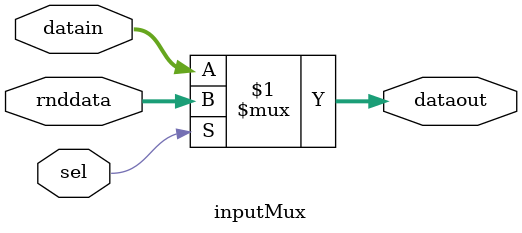
<source format=v>
`timescale 1ns / 1ps


module inputMux(input[127:0] datain,input[127:0] rnddata,
input sel,output [127:0] dataout );
assign dataout = sel ? rnddata:datain;


endmodule

</source>
